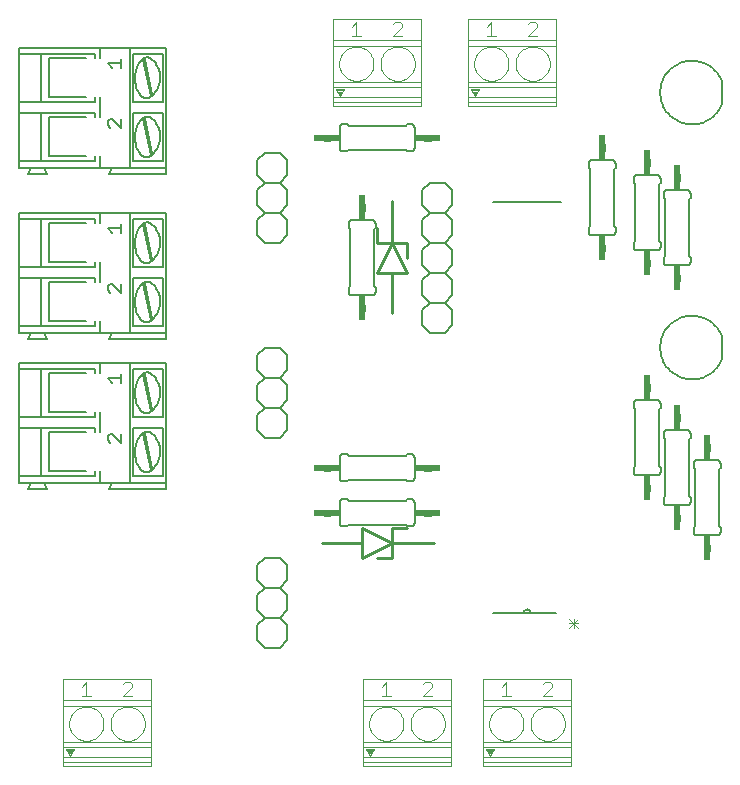
<source format=gto>
G75*
G70*
%OFA0B0*%
%FSLAX24Y24*%
%IPPOS*%
%LPD*%
%AMOC8*
5,1,8,0,0,1.08239X$1,22.5*
%
%ADD10C,0.0060*%
%ADD11C,0.0050*%
%ADD12C,0.0040*%
%ADD13C,0.0030*%
%ADD14C,0.0240*%
%ADD15R,0.0240X0.0340*%
%ADD16R,0.0340X0.0240*%
%ADD17C,0.0100*%
D10*
X009720Y008970D02*
X009720Y009470D01*
X009970Y009720D01*
X009720Y009970D01*
X009720Y010470D01*
X009970Y010720D01*
X009720Y010970D01*
X009720Y011470D01*
X009970Y011720D01*
X010470Y011720D01*
X010720Y011470D01*
X010720Y010970D01*
X010470Y010720D01*
X010720Y010470D01*
X010720Y009970D01*
X010470Y009720D01*
X010720Y009470D01*
X010720Y008970D01*
X010470Y008720D01*
X009970Y008720D01*
X009720Y008970D01*
X009970Y009720D02*
X010470Y009720D01*
X010470Y010720D02*
X009970Y010720D01*
X012470Y012870D02*
X012470Y013570D01*
X012472Y013587D01*
X012476Y013604D01*
X012483Y013620D01*
X012493Y013634D01*
X012506Y013647D01*
X012520Y013657D01*
X012536Y013664D01*
X012553Y013668D01*
X012570Y013670D01*
X012720Y013670D01*
X012770Y013620D01*
X014670Y013620D01*
X014720Y013670D01*
X014870Y013670D01*
X014887Y013668D01*
X014904Y013664D01*
X014920Y013657D01*
X014934Y013647D01*
X014947Y013634D01*
X014957Y013620D01*
X014964Y013604D01*
X014968Y013587D01*
X014970Y013570D01*
X014970Y012870D01*
X014968Y012853D01*
X014964Y012836D01*
X014957Y012820D01*
X014947Y012806D01*
X014934Y012793D01*
X014920Y012783D01*
X014904Y012776D01*
X014887Y012772D01*
X014870Y012770D01*
X014720Y012770D01*
X014670Y012820D01*
X012770Y012820D01*
X012720Y012770D01*
X012570Y012770D01*
X012553Y012772D01*
X012536Y012776D01*
X012520Y012783D01*
X012506Y012793D01*
X012493Y012806D01*
X012483Y012820D01*
X012476Y012836D01*
X012472Y012853D01*
X012470Y012870D01*
X012570Y014270D02*
X012720Y014270D01*
X012770Y014320D01*
X014670Y014320D01*
X014720Y014270D01*
X014870Y014270D01*
X014887Y014272D01*
X014904Y014276D01*
X014920Y014283D01*
X014934Y014293D01*
X014947Y014306D01*
X014957Y014320D01*
X014964Y014336D01*
X014968Y014353D01*
X014970Y014370D01*
X014970Y015070D01*
X014968Y015087D01*
X014964Y015104D01*
X014957Y015120D01*
X014947Y015134D01*
X014934Y015147D01*
X014920Y015157D01*
X014904Y015164D01*
X014887Y015168D01*
X014870Y015170D01*
X014720Y015170D01*
X014670Y015120D01*
X012770Y015120D01*
X012720Y015170D01*
X012570Y015170D01*
X012553Y015168D01*
X012536Y015164D01*
X012520Y015157D01*
X012506Y015147D01*
X012493Y015134D01*
X012483Y015120D01*
X012476Y015104D01*
X012472Y015087D01*
X012470Y015070D01*
X012470Y014370D01*
X012472Y014353D01*
X012476Y014336D01*
X012483Y014320D01*
X012493Y014306D01*
X012506Y014293D01*
X012520Y014283D01*
X012536Y014276D01*
X012553Y014272D01*
X012570Y014270D01*
X010720Y015970D02*
X010720Y016470D01*
X010470Y016720D01*
X009970Y016720D01*
X009720Y016470D01*
X009720Y015970D01*
X009970Y015720D01*
X010470Y015720D01*
X010720Y015970D01*
X010470Y016720D02*
X010720Y016970D01*
X010720Y017470D01*
X010470Y017720D01*
X009970Y017720D01*
X009720Y017470D01*
X009720Y016970D01*
X009970Y016720D01*
X009970Y017720D02*
X009720Y017970D01*
X009720Y018470D01*
X009970Y018720D01*
X010470Y018720D01*
X010720Y018470D01*
X010720Y017970D01*
X010470Y017720D01*
X012870Y020470D02*
X013570Y020470D01*
X013587Y020472D01*
X013604Y020476D01*
X013620Y020483D01*
X013634Y020493D01*
X013647Y020506D01*
X013657Y020520D01*
X013664Y020536D01*
X013668Y020553D01*
X013670Y020570D01*
X013670Y020720D01*
X013620Y020770D01*
X013620Y022670D01*
X013670Y022720D01*
X013670Y022870D01*
X013668Y022887D01*
X013664Y022904D01*
X013657Y022920D01*
X013647Y022934D01*
X013634Y022947D01*
X013620Y022957D01*
X013604Y022964D01*
X013587Y022968D01*
X013570Y022970D01*
X012870Y022970D01*
X012853Y022968D01*
X012836Y022964D01*
X012820Y022957D01*
X012806Y022947D01*
X012793Y022934D01*
X012783Y022920D01*
X012776Y022904D01*
X012772Y022887D01*
X012770Y022870D01*
X012770Y022720D01*
X012820Y022670D01*
X012820Y020770D01*
X012770Y020720D01*
X012770Y020570D01*
X012772Y020553D01*
X012776Y020536D01*
X012783Y020520D01*
X012793Y020506D01*
X012806Y020493D01*
X012820Y020483D01*
X012836Y020476D01*
X012853Y020472D01*
X012870Y020470D01*
X015220Y020470D02*
X015220Y020970D01*
X015470Y021220D01*
X015970Y021220D01*
X016220Y020970D01*
X016220Y020470D01*
X015970Y020220D01*
X016220Y019970D01*
X016220Y019470D01*
X015970Y019220D01*
X015470Y019220D01*
X015220Y019470D01*
X015220Y019970D01*
X015470Y020220D01*
X015220Y020470D01*
X015470Y020220D02*
X015970Y020220D01*
X015970Y021220D02*
X016220Y021470D01*
X016220Y021970D01*
X015970Y022220D01*
X016220Y022470D01*
X016220Y022970D01*
X015970Y023220D01*
X016220Y023470D01*
X016220Y023970D01*
X015970Y024220D01*
X015470Y024220D01*
X015220Y023970D01*
X015220Y023470D01*
X015470Y023220D01*
X015970Y023220D01*
X015470Y023220D02*
X015220Y022970D01*
X015220Y022470D01*
X015470Y022220D01*
X015970Y022220D01*
X015470Y022220D02*
X015220Y021970D01*
X015220Y021470D01*
X015470Y021220D01*
X017600Y023570D02*
X019840Y023570D01*
X020770Y022720D02*
X020770Y022570D01*
X020772Y022553D01*
X020776Y022536D01*
X020783Y022520D01*
X020793Y022506D01*
X020806Y022493D01*
X020820Y022483D01*
X020836Y022476D01*
X020853Y022472D01*
X020870Y022470D01*
X021570Y022470D01*
X021587Y022472D01*
X021604Y022476D01*
X021620Y022483D01*
X021634Y022493D01*
X021647Y022506D01*
X021657Y022520D01*
X021664Y022536D01*
X021668Y022553D01*
X021670Y022570D01*
X021670Y022720D01*
X021620Y022770D01*
X021620Y024670D01*
X021670Y024720D01*
X021670Y024870D01*
X021668Y024887D01*
X021664Y024904D01*
X021657Y024920D01*
X021647Y024934D01*
X021634Y024947D01*
X021620Y024957D01*
X021604Y024964D01*
X021587Y024968D01*
X021570Y024970D01*
X020870Y024970D01*
X020853Y024968D01*
X020836Y024964D01*
X020820Y024957D01*
X020806Y024947D01*
X020793Y024934D01*
X020783Y024920D01*
X020776Y024904D01*
X020772Y024887D01*
X020770Y024870D01*
X020770Y024720D01*
X020820Y024670D01*
X020820Y022770D01*
X020770Y022720D01*
X022270Y022220D02*
X022320Y022270D01*
X022320Y024170D01*
X022270Y024220D01*
X022270Y024370D01*
X022272Y024387D01*
X022276Y024404D01*
X022283Y024420D01*
X022293Y024434D01*
X022306Y024447D01*
X022320Y024457D01*
X022336Y024464D01*
X022353Y024468D01*
X022370Y024470D01*
X023070Y024470D01*
X023087Y024468D01*
X023104Y024464D01*
X023120Y024457D01*
X023134Y024447D01*
X023147Y024434D01*
X023157Y024420D01*
X023164Y024404D01*
X023168Y024387D01*
X023170Y024370D01*
X023170Y024220D01*
X023120Y024170D01*
X023120Y022270D01*
X023170Y022220D01*
X023170Y022070D01*
X023168Y022053D01*
X023164Y022036D01*
X023157Y022020D01*
X023147Y022006D01*
X023134Y021993D01*
X023120Y021983D01*
X023104Y021976D01*
X023087Y021972D01*
X023070Y021970D01*
X022370Y021970D01*
X022353Y021972D01*
X022336Y021976D01*
X022320Y021983D01*
X022306Y021993D01*
X022293Y022006D01*
X022283Y022020D01*
X022276Y022036D01*
X022272Y022053D01*
X022270Y022070D01*
X022270Y022220D01*
X023270Y021720D02*
X023270Y021570D01*
X023272Y021553D01*
X023276Y021536D01*
X023283Y021520D01*
X023293Y021506D01*
X023306Y021493D01*
X023320Y021483D01*
X023336Y021476D01*
X023353Y021472D01*
X023370Y021470D01*
X024070Y021470D01*
X024087Y021472D01*
X024104Y021476D01*
X024120Y021483D01*
X024134Y021493D01*
X024147Y021506D01*
X024157Y021520D01*
X024164Y021536D01*
X024168Y021553D01*
X024170Y021570D01*
X024170Y021720D01*
X024120Y021770D01*
X024120Y023670D01*
X024170Y023720D01*
X024170Y023870D01*
X024168Y023887D01*
X024164Y023904D01*
X024157Y023920D01*
X024147Y023934D01*
X024134Y023947D01*
X024120Y023957D01*
X024104Y023964D01*
X024087Y023968D01*
X024070Y023970D01*
X023370Y023970D01*
X023353Y023968D01*
X023336Y023964D01*
X023320Y023957D01*
X023306Y023947D01*
X023293Y023934D01*
X023283Y023920D01*
X023276Y023904D01*
X023272Y023887D01*
X023270Y023870D01*
X023270Y023720D01*
X023320Y023670D01*
X023320Y021770D01*
X023270Y021720D01*
X023070Y016970D02*
X022370Y016970D01*
X022353Y016968D01*
X022336Y016964D01*
X022320Y016957D01*
X022306Y016947D01*
X022293Y016934D01*
X022283Y016920D01*
X022276Y016904D01*
X022272Y016887D01*
X022270Y016870D01*
X022270Y016720D01*
X022320Y016670D01*
X022320Y014770D01*
X022270Y014720D01*
X022270Y014570D01*
X022272Y014553D01*
X022276Y014536D01*
X022283Y014520D01*
X022293Y014506D01*
X022306Y014493D01*
X022320Y014483D01*
X022336Y014476D01*
X022353Y014472D01*
X022370Y014470D01*
X023070Y014470D01*
X023087Y014472D01*
X023104Y014476D01*
X023120Y014483D01*
X023134Y014493D01*
X023147Y014506D01*
X023157Y014520D01*
X023164Y014536D01*
X023168Y014553D01*
X023170Y014570D01*
X023170Y014720D01*
X023120Y014770D01*
X023120Y016670D01*
X023170Y016720D01*
X023170Y016870D01*
X023168Y016887D01*
X023164Y016904D01*
X023157Y016920D01*
X023147Y016934D01*
X023134Y016947D01*
X023120Y016957D01*
X023104Y016964D01*
X023087Y016968D01*
X023070Y016970D01*
X023370Y015970D02*
X024070Y015970D01*
X024087Y015968D01*
X024104Y015964D01*
X024120Y015957D01*
X024134Y015947D01*
X024147Y015934D01*
X024157Y015920D01*
X024164Y015904D01*
X024168Y015887D01*
X024170Y015870D01*
X024170Y015720D01*
X024120Y015670D01*
X024120Y013770D01*
X024170Y013720D01*
X024170Y013570D01*
X024168Y013553D01*
X024164Y013536D01*
X024157Y013520D01*
X024147Y013506D01*
X024134Y013493D01*
X024120Y013483D01*
X024104Y013476D01*
X024087Y013472D01*
X024070Y013470D01*
X023370Y013470D01*
X023353Y013472D01*
X023336Y013476D01*
X023320Y013483D01*
X023306Y013493D01*
X023293Y013506D01*
X023283Y013520D01*
X023276Y013536D01*
X023272Y013553D01*
X023270Y013570D01*
X023270Y013720D01*
X023320Y013770D01*
X023320Y015670D01*
X023270Y015720D01*
X023270Y015870D01*
X023272Y015887D01*
X023276Y015904D01*
X023283Y015920D01*
X023293Y015934D01*
X023306Y015947D01*
X023320Y015957D01*
X023336Y015964D01*
X023353Y015968D01*
X023370Y015970D01*
X024370Y014970D02*
X025070Y014970D01*
X025087Y014968D01*
X025104Y014964D01*
X025120Y014957D01*
X025134Y014947D01*
X025147Y014934D01*
X025157Y014920D01*
X025164Y014904D01*
X025168Y014887D01*
X025170Y014870D01*
X025170Y014720D01*
X025120Y014670D01*
X025120Y012770D01*
X025170Y012720D01*
X025170Y012570D01*
X025168Y012553D01*
X025164Y012536D01*
X025157Y012520D01*
X025147Y012506D01*
X025134Y012493D01*
X025120Y012483D01*
X025104Y012476D01*
X025087Y012472D01*
X025070Y012470D01*
X024370Y012470D01*
X024353Y012472D01*
X024336Y012476D01*
X024320Y012483D01*
X024306Y012493D01*
X024293Y012506D01*
X024283Y012520D01*
X024276Y012536D01*
X024272Y012553D01*
X024270Y012570D01*
X024270Y012720D01*
X024320Y012770D01*
X024320Y014670D01*
X024270Y014720D01*
X024270Y014870D01*
X024272Y014887D01*
X024276Y014904D01*
X024283Y014920D01*
X024293Y014934D01*
X024306Y014947D01*
X024320Y014957D01*
X024336Y014964D01*
X024353Y014968D01*
X024370Y014970D01*
X019700Y009870D02*
X018840Y009870D01*
X018600Y009870D01*
X017600Y009870D01*
X018600Y009870D02*
X018602Y009891D01*
X018607Y009911D01*
X018616Y009930D01*
X018628Y009947D01*
X018643Y009962D01*
X018660Y009974D01*
X018679Y009983D01*
X018699Y009988D01*
X018720Y009990D01*
X018741Y009988D01*
X018761Y009983D01*
X018780Y009974D01*
X018797Y009962D01*
X018812Y009947D01*
X018824Y009930D01*
X018833Y009911D01*
X018838Y009891D01*
X018840Y009870D01*
X010470Y022220D02*
X009970Y022220D01*
X009720Y022470D01*
X009720Y022970D01*
X009970Y023220D01*
X009720Y023470D01*
X009720Y023970D01*
X009970Y024220D01*
X009720Y024470D01*
X009720Y024970D01*
X009970Y025220D01*
X010470Y025220D01*
X010720Y024970D01*
X010720Y024470D01*
X010470Y024220D01*
X010720Y023970D01*
X010720Y023470D01*
X010470Y023220D01*
X010720Y022970D01*
X010720Y022470D01*
X010470Y022220D01*
X010470Y023220D02*
X009970Y023220D01*
X009970Y024220D02*
X010470Y024220D01*
X012470Y025370D02*
X012470Y026070D01*
X012472Y026087D01*
X012476Y026104D01*
X012483Y026120D01*
X012493Y026134D01*
X012506Y026147D01*
X012520Y026157D01*
X012536Y026164D01*
X012553Y026168D01*
X012570Y026170D01*
X012720Y026170D01*
X012770Y026120D01*
X014670Y026120D01*
X014720Y026170D01*
X014870Y026170D01*
X014887Y026168D01*
X014904Y026164D01*
X014920Y026157D01*
X014934Y026147D01*
X014947Y026134D01*
X014957Y026120D01*
X014964Y026104D01*
X014968Y026087D01*
X014970Y026070D01*
X014970Y025370D01*
X014968Y025353D01*
X014964Y025336D01*
X014957Y025320D01*
X014947Y025306D01*
X014934Y025293D01*
X014920Y025283D01*
X014904Y025276D01*
X014887Y025272D01*
X014870Y025270D01*
X014720Y025270D01*
X014670Y025320D01*
X012770Y025320D01*
X012720Y025270D01*
X012570Y025270D01*
X012553Y025272D01*
X012536Y025276D01*
X012520Y025283D01*
X012506Y025293D01*
X012493Y025306D01*
X012483Y025320D01*
X012476Y025336D01*
X012472Y025353D01*
X012470Y025370D01*
X006670Y024720D02*
X006670Y024520D01*
X004770Y024520D01*
X004870Y024720D01*
X005470Y024720D01*
X005470Y028720D01*
X006670Y028720D01*
X006670Y024720D01*
X005470Y024720D01*
X005570Y024940D02*
X005570Y026540D01*
X006570Y026540D01*
X006570Y024940D01*
X005570Y024940D01*
X005828Y025162D02*
X005850Y025140D01*
X005873Y025121D01*
X005899Y025105D01*
X005926Y025092D01*
X005955Y025082D01*
X005984Y025075D01*
X006015Y025071D01*
X006045Y025071D01*
X006075Y025075D01*
X006105Y025082D01*
X006133Y025092D01*
X006161Y025105D01*
X006186Y025121D01*
X006210Y025140D01*
X006170Y025130D02*
X005920Y026330D01*
X005970Y026380D02*
X006220Y025180D01*
X005842Y025144D02*
X005807Y025193D01*
X005776Y025245D01*
X005748Y025298D01*
X005723Y025353D01*
X005702Y025409D01*
X005684Y025467D01*
X005670Y025525D01*
X005660Y025585D01*
X005653Y025645D01*
X005650Y025705D01*
X005651Y025765D01*
X005656Y025825D01*
X005664Y025885D01*
X005676Y025944D01*
X005692Y026002D01*
X005712Y026059D01*
X005735Y026115D01*
X005761Y026169D01*
X005791Y026221D01*
X005824Y026272D01*
X005860Y026320D01*
X005846Y026303D02*
X005863Y026329D01*
X005882Y026352D01*
X005905Y026372D01*
X005929Y026389D01*
X005956Y026403D01*
X005985Y026414D01*
X006014Y026420D01*
X006044Y026423D01*
X006075Y026422D01*
X006104Y026417D01*
X006133Y026408D01*
X006161Y026395D01*
X006186Y026379D01*
X006210Y026360D01*
X006570Y026910D02*
X005570Y026910D01*
X005570Y028510D01*
X006570Y028510D01*
X006570Y026910D01*
X006220Y027150D02*
X005970Y028350D01*
X005920Y028300D02*
X006170Y027100D01*
X006210Y027110D02*
X006186Y027091D01*
X006161Y027075D01*
X006133Y027062D01*
X006105Y027052D01*
X006075Y027045D01*
X006045Y027041D01*
X006015Y027041D01*
X005984Y027045D01*
X005955Y027052D01*
X005926Y027062D01*
X005899Y027075D01*
X005873Y027091D01*
X005850Y027110D01*
X005828Y027132D01*
X006212Y027108D02*
X006252Y027145D01*
X006289Y027185D01*
X006324Y027227D01*
X006355Y027271D01*
X006384Y027317D01*
X006409Y027365D01*
X006432Y027415D01*
X006450Y027466D01*
X006466Y027518D01*
X006477Y027572D01*
X006485Y027625D01*
X006490Y027680D01*
X006491Y027734D01*
X006488Y027789D01*
X006482Y027843D01*
X006472Y027896D01*
X006458Y027949D01*
X006441Y028000D01*
X006420Y028051D01*
X006397Y028100D01*
X006369Y028147D01*
X006339Y028192D01*
X006306Y028236D01*
X006270Y028276D01*
X006231Y028315D01*
X006190Y028350D01*
X006210Y028330D02*
X006186Y028349D01*
X006161Y028365D01*
X006133Y028378D01*
X006104Y028387D01*
X006075Y028392D01*
X006044Y028393D01*
X006014Y028390D01*
X005985Y028384D01*
X005956Y028373D01*
X005929Y028359D01*
X005905Y028342D01*
X005882Y028322D01*
X005863Y028299D01*
X005846Y028273D01*
X005470Y028720D02*
X004470Y028720D01*
X004470Y028360D01*
X004320Y028360D02*
X004320Y028510D01*
X002520Y028510D01*
X001770Y028510D01*
X001770Y026910D01*
X001770Y026540D01*
X001770Y024940D01*
X002520Y024940D01*
X002520Y026540D01*
X004320Y026540D01*
X004320Y026390D01*
X004470Y026390D02*
X004470Y027060D01*
X004320Y027060D02*
X004320Y026910D01*
X002520Y026910D01*
X002520Y028510D01*
X002770Y028360D02*
X004020Y028360D01*
X004470Y028720D02*
X001770Y028720D01*
X001770Y028510D01*
X002770Y028360D02*
X002770Y027060D01*
X004020Y027060D01*
X004020Y026390D02*
X002770Y026390D01*
X002770Y025090D01*
X004020Y025090D01*
X004320Y025090D02*
X004320Y024940D01*
X002520Y024940D01*
X002620Y024720D02*
X002170Y024720D01*
X001770Y024720D01*
X001770Y024940D01*
X002170Y024720D02*
X002070Y024520D01*
X002720Y024520D01*
X002620Y024720D01*
X004470Y024720D01*
X004470Y025090D01*
X004470Y024720D02*
X004870Y024720D01*
X006212Y025138D02*
X006252Y025175D01*
X006289Y025215D01*
X006324Y025257D01*
X006355Y025301D01*
X006384Y025347D01*
X006409Y025395D01*
X006431Y025445D01*
X006450Y025496D01*
X006466Y025548D01*
X006477Y025602D01*
X006485Y025655D01*
X006490Y025710D01*
X006491Y025764D01*
X006488Y025818D01*
X006482Y025873D01*
X006472Y025926D01*
X006458Y025979D01*
X006441Y026030D01*
X006420Y026081D01*
X006397Y026130D01*
X006369Y026177D01*
X006339Y026222D01*
X006306Y026265D01*
X006270Y026306D01*
X006231Y026345D01*
X006190Y026380D01*
X005842Y027114D02*
X005807Y027163D01*
X005776Y027215D01*
X005748Y027268D01*
X005723Y027323D01*
X005702Y027379D01*
X005684Y027437D01*
X005670Y027495D01*
X005660Y027555D01*
X005653Y027615D01*
X005650Y027675D01*
X005651Y027735D01*
X005656Y027795D01*
X005664Y027855D01*
X005676Y027914D01*
X005692Y027972D01*
X005712Y028029D01*
X005735Y028085D01*
X005761Y028139D01*
X005791Y028191D01*
X005824Y028242D01*
X005860Y028290D01*
X002520Y026910D02*
X001770Y026910D01*
X001770Y026540D02*
X002520Y026540D01*
X001770Y023220D02*
X004470Y023220D01*
X004470Y022860D01*
X004320Y022860D02*
X004320Y023010D01*
X002520Y023010D01*
X001770Y023010D01*
X001770Y021410D01*
X001770Y021040D01*
X001770Y019440D01*
X002520Y019440D01*
X002520Y021040D01*
X004320Y021040D01*
X004320Y020890D01*
X004470Y020890D02*
X004470Y021560D01*
X004320Y021560D02*
X004320Y021410D01*
X002520Y021410D01*
X002520Y023010D01*
X002770Y022860D02*
X004020Y022860D01*
X004470Y023220D02*
X005470Y023220D01*
X006670Y023220D01*
X006670Y019220D01*
X006670Y019020D01*
X004770Y019020D01*
X004870Y019220D01*
X005470Y019220D01*
X005470Y023220D01*
X005570Y023010D02*
X006570Y023010D01*
X006570Y021410D01*
X005570Y021410D01*
X005570Y023010D01*
X005920Y022800D02*
X006170Y021600D01*
X006220Y021650D02*
X005970Y022850D01*
X005846Y022773D02*
X005863Y022799D01*
X005882Y022822D01*
X005905Y022842D01*
X005929Y022859D01*
X005956Y022873D01*
X005985Y022884D01*
X006014Y022890D01*
X006044Y022893D01*
X006075Y022892D01*
X006104Y022887D01*
X006133Y022878D01*
X006161Y022865D01*
X006186Y022849D01*
X006210Y022830D01*
X005860Y022790D02*
X005824Y022742D01*
X005791Y022691D01*
X005761Y022639D01*
X005735Y022585D01*
X005712Y022529D01*
X005692Y022472D01*
X005676Y022414D01*
X005664Y022355D01*
X005656Y022295D01*
X005651Y022235D01*
X005650Y022175D01*
X005653Y022115D01*
X005660Y022055D01*
X005670Y021995D01*
X005684Y021937D01*
X005702Y021879D01*
X005723Y021823D01*
X005748Y021768D01*
X005776Y021715D01*
X005807Y021663D01*
X005842Y021614D01*
X005828Y021632D02*
X005850Y021610D01*
X005873Y021591D01*
X005899Y021575D01*
X005926Y021562D01*
X005955Y021552D01*
X005984Y021545D01*
X006015Y021541D01*
X006045Y021541D01*
X006075Y021545D01*
X006105Y021552D01*
X006133Y021562D01*
X006161Y021575D01*
X006186Y021591D01*
X006210Y021610D01*
X006570Y021040D02*
X005570Y021040D01*
X005570Y019440D01*
X006570Y019440D01*
X006570Y021040D01*
X006210Y020860D02*
X006186Y020879D01*
X006161Y020895D01*
X006133Y020908D01*
X006104Y020917D01*
X006075Y020922D01*
X006044Y020923D01*
X006014Y020920D01*
X005985Y020914D01*
X005956Y020903D01*
X005929Y020889D01*
X005905Y020872D01*
X005882Y020852D01*
X005863Y020829D01*
X005846Y020803D01*
X005920Y020830D02*
X006170Y019630D01*
X006220Y019680D02*
X005970Y020880D01*
X006190Y020880D02*
X006231Y020845D01*
X006270Y020806D01*
X006306Y020765D01*
X006339Y020722D01*
X006369Y020677D01*
X006397Y020630D01*
X006420Y020581D01*
X006441Y020530D01*
X006458Y020479D01*
X006472Y020426D01*
X006482Y020373D01*
X006488Y020318D01*
X006491Y020264D01*
X006490Y020210D01*
X006485Y020155D01*
X006477Y020102D01*
X006466Y020048D01*
X006450Y019996D01*
X006431Y019945D01*
X006409Y019895D01*
X006384Y019847D01*
X006355Y019801D01*
X006324Y019757D01*
X006289Y019715D01*
X006252Y019675D01*
X006212Y019638D01*
X006210Y019640D02*
X006186Y019621D01*
X006161Y019605D01*
X006133Y019592D01*
X006105Y019582D01*
X006075Y019575D01*
X006045Y019571D01*
X006015Y019571D01*
X005984Y019575D01*
X005955Y019582D01*
X005926Y019592D01*
X005899Y019605D01*
X005873Y019621D01*
X005850Y019640D01*
X005828Y019662D01*
X005470Y019220D02*
X006670Y019220D01*
X006670Y018220D02*
X005470Y018220D01*
X005470Y014220D01*
X004870Y014220D01*
X004470Y014220D01*
X004470Y014590D01*
X004320Y014590D02*
X004320Y014440D01*
X002520Y014440D01*
X001770Y014440D01*
X001770Y014220D01*
X002170Y014220D01*
X002620Y014220D01*
X004470Y014220D01*
X004770Y014020D02*
X004870Y014220D01*
X004770Y014020D02*
X006670Y014020D01*
X006670Y014220D01*
X006670Y018220D01*
X006570Y018010D02*
X006570Y016410D01*
X005570Y016410D01*
X005570Y018010D01*
X006570Y018010D01*
X006210Y017830D02*
X006186Y017849D01*
X006161Y017865D01*
X006133Y017878D01*
X006104Y017887D01*
X006075Y017892D01*
X006044Y017893D01*
X006014Y017890D01*
X005985Y017884D01*
X005956Y017873D01*
X005929Y017859D01*
X005905Y017842D01*
X005882Y017822D01*
X005863Y017799D01*
X005846Y017773D01*
X005920Y017800D02*
X006170Y016600D01*
X006220Y016650D02*
X005970Y017850D01*
X005470Y018220D02*
X004470Y018220D01*
X004470Y017860D01*
X004320Y017860D02*
X004320Y018010D01*
X002520Y018010D01*
X001770Y018010D01*
X001770Y016410D01*
X001770Y016040D01*
X001770Y014440D01*
X002170Y014220D02*
X002070Y014020D01*
X002720Y014020D01*
X002620Y014220D01*
X002520Y014440D02*
X002520Y016040D01*
X004320Y016040D01*
X004320Y015890D01*
X004470Y015890D02*
X004470Y016560D01*
X004320Y016560D02*
X004320Y016410D01*
X002520Y016410D01*
X002520Y018010D01*
X002770Y017860D02*
X004020Y017860D01*
X004470Y018220D02*
X001770Y018220D01*
X001770Y018010D01*
X002770Y017860D02*
X002770Y016560D01*
X004020Y016560D01*
X004020Y015890D02*
X002770Y015890D01*
X002770Y014590D01*
X004020Y014590D01*
X005470Y014220D02*
X006670Y014220D01*
X006570Y014440D02*
X005570Y014440D01*
X005570Y016040D01*
X006570Y016040D01*
X006570Y014440D01*
X006220Y014680D02*
X005970Y015880D01*
X005920Y015830D02*
X006170Y014630D01*
X006210Y014640D02*
X006186Y014621D01*
X006161Y014605D01*
X006133Y014592D01*
X006105Y014582D01*
X006075Y014575D01*
X006045Y014571D01*
X006015Y014571D01*
X005984Y014575D01*
X005955Y014582D01*
X005926Y014592D01*
X005899Y014605D01*
X005873Y014621D01*
X005850Y014640D01*
X005828Y014662D01*
X006212Y014638D02*
X006252Y014675D01*
X006289Y014715D01*
X006324Y014757D01*
X006355Y014801D01*
X006384Y014847D01*
X006409Y014895D01*
X006431Y014945D01*
X006450Y014996D01*
X006466Y015048D01*
X006477Y015102D01*
X006485Y015155D01*
X006490Y015210D01*
X006491Y015264D01*
X006488Y015318D01*
X006482Y015373D01*
X006472Y015426D01*
X006458Y015479D01*
X006441Y015530D01*
X006420Y015581D01*
X006397Y015630D01*
X006369Y015677D01*
X006339Y015722D01*
X006306Y015765D01*
X006270Y015806D01*
X006231Y015845D01*
X006190Y015880D01*
X006210Y015860D02*
X006186Y015879D01*
X006161Y015895D01*
X006133Y015908D01*
X006104Y015917D01*
X006075Y015922D01*
X006044Y015923D01*
X006014Y015920D01*
X005985Y015914D01*
X005956Y015903D01*
X005929Y015889D01*
X005905Y015872D01*
X005882Y015852D01*
X005863Y015829D01*
X005846Y015803D01*
X005860Y015820D02*
X005824Y015772D01*
X005791Y015721D01*
X005761Y015669D01*
X005735Y015615D01*
X005712Y015559D01*
X005692Y015502D01*
X005676Y015444D01*
X005664Y015385D01*
X005656Y015325D01*
X005651Y015265D01*
X005650Y015205D01*
X005653Y015145D01*
X005660Y015085D01*
X005670Y015025D01*
X005684Y014967D01*
X005702Y014909D01*
X005723Y014853D01*
X005748Y014798D01*
X005776Y014745D01*
X005807Y014693D01*
X005842Y014644D01*
X005828Y016632D02*
X005850Y016610D01*
X005873Y016591D01*
X005899Y016575D01*
X005926Y016562D01*
X005955Y016552D01*
X005984Y016545D01*
X006015Y016541D01*
X006045Y016541D01*
X006075Y016545D01*
X006105Y016552D01*
X006133Y016562D01*
X006161Y016575D01*
X006186Y016591D01*
X006210Y016610D01*
X005842Y016614D02*
X005807Y016663D01*
X005776Y016715D01*
X005748Y016768D01*
X005723Y016823D01*
X005702Y016879D01*
X005684Y016937D01*
X005670Y016995D01*
X005660Y017055D01*
X005653Y017115D01*
X005650Y017175D01*
X005651Y017235D01*
X005656Y017295D01*
X005664Y017355D01*
X005676Y017414D01*
X005692Y017472D01*
X005712Y017529D01*
X005735Y017585D01*
X005761Y017639D01*
X005791Y017691D01*
X005824Y017742D01*
X005860Y017790D01*
X006190Y017850D02*
X006231Y017815D01*
X006270Y017776D01*
X006306Y017736D01*
X006339Y017692D01*
X006369Y017647D01*
X006397Y017600D01*
X006420Y017551D01*
X006441Y017500D01*
X006458Y017449D01*
X006472Y017396D01*
X006482Y017343D01*
X006488Y017289D01*
X006491Y017234D01*
X006490Y017180D01*
X006485Y017125D01*
X006477Y017072D01*
X006466Y017018D01*
X006450Y016966D01*
X006432Y016915D01*
X006409Y016865D01*
X006384Y016817D01*
X006355Y016771D01*
X006324Y016727D01*
X006289Y016685D01*
X006252Y016645D01*
X006212Y016608D01*
X004870Y019220D02*
X004470Y019220D01*
X004470Y019590D01*
X004320Y019590D02*
X004320Y019440D01*
X002520Y019440D01*
X002620Y019220D02*
X002720Y019020D01*
X002070Y019020D01*
X002170Y019220D01*
X002620Y019220D01*
X004470Y019220D01*
X004020Y019590D02*
X002770Y019590D01*
X002770Y020890D01*
X004020Y020890D01*
X004020Y021560D02*
X002770Y021560D01*
X002770Y022860D01*
X001770Y023010D02*
X001770Y023220D01*
X001770Y021410D02*
X002520Y021410D01*
X002520Y021040D02*
X001770Y021040D01*
X001770Y019440D02*
X001770Y019220D01*
X002170Y019220D01*
X002520Y016410D02*
X001770Y016410D01*
X001770Y016040D02*
X002520Y016040D01*
X005842Y019644D02*
X005807Y019693D01*
X005776Y019745D01*
X005748Y019798D01*
X005723Y019853D01*
X005702Y019909D01*
X005684Y019967D01*
X005670Y020025D01*
X005660Y020085D01*
X005653Y020145D01*
X005650Y020205D01*
X005651Y020265D01*
X005656Y020325D01*
X005664Y020385D01*
X005676Y020444D01*
X005692Y020502D01*
X005712Y020559D01*
X005735Y020615D01*
X005761Y020669D01*
X005791Y020721D01*
X005824Y020772D01*
X005860Y020820D01*
X006212Y021608D02*
X006252Y021645D01*
X006289Y021685D01*
X006324Y021727D01*
X006355Y021771D01*
X006384Y021817D01*
X006409Y021865D01*
X006432Y021915D01*
X006450Y021966D01*
X006466Y022018D01*
X006477Y022072D01*
X006485Y022125D01*
X006490Y022180D01*
X006491Y022234D01*
X006488Y022289D01*
X006482Y022343D01*
X006472Y022396D01*
X006458Y022449D01*
X006441Y022500D01*
X006420Y022551D01*
X006397Y022600D01*
X006369Y022647D01*
X006339Y022692D01*
X006306Y022736D01*
X006270Y022776D01*
X006231Y022815D01*
X006190Y022850D01*
D11*
X005195Y022855D02*
X005195Y022555D01*
X005195Y022705D02*
X004745Y022705D01*
X004895Y022555D01*
X004895Y020855D02*
X004820Y020855D01*
X004745Y020780D01*
X004745Y020630D01*
X004820Y020555D01*
X004895Y020855D02*
X005195Y020555D01*
X005195Y020855D01*
X005195Y017855D02*
X005195Y017555D01*
X005195Y017705D02*
X004745Y017705D01*
X004895Y017555D01*
X004895Y015855D02*
X004820Y015855D01*
X004745Y015780D01*
X004745Y015630D01*
X004820Y015555D01*
X004895Y015855D02*
X005195Y015555D01*
X005195Y015855D01*
X005195Y026055D02*
X004895Y026355D01*
X004820Y026355D01*
X004745Y026280D01*
X004745Y026130D01*
X004820Y026055D01*
X005195Y026055D02*
X005195Y026355D01*
X005195Y028055D02*
X005195Y028355D01*
X005195Y028205D02*
X004745Y028205D01*
X004895Y028055D01*
X025204Y027614D02*
X025178Y027673D01*
X025149Y027730D01*
X025117Y027785D01*
X025081Y027839D01*
X025042Y027890D01*
X024999Y027938D01*
X024954Y027984D01*
X024907Y028027D01*
X024857Y028068D01*
X024804Y028105D01*
X024749Y028138D01*
X024693Y028169D01*
X024634Y028196D01*
X024574Y028219D01*
X024513Y028239D01*
X024451Y028255D01*
X024387Y028267D01*
X024324Y028275D01*
X024260Y028279D01*
X024195Y028280D01*
X024131Y028276D01*
X024067Y028269D01*
X024004Y028258D01*
X023941Y028243D01*
X023880Y028224D01*
X023819Y028201D01*
X023761Y028175D01*
X023704Y028146D01*
X023648Y028113D01*
X023595Y028076D01*
X023545Y028037D01*
X023496Y027994D01*
X023451Y027949D01*
X023408Y027901D01*
X023368Y027851D01*
X023331Y027798D01*
X023298Y027743D01*
X023268Y027686D01*
X023241Y027627D01*
X023218Y027567D01*
X023199Y027506D01*
X023184Y027443D01*
X023172Y027380D01*
X023164Y027316D01*
X023160Y027252D01*
X023160Y027188D01*
X023164Y027124D01*
X023172Y027060D01*
X023184Y026997D01*
X023199Y026934D01*
X023218Y026873D01*
X023241Y026813D01*
X023268Y026754D01*
X023298Y026697D01*
X023331Y026642D01*
X023368Y026589D01*
X023408Y026539D01*
X023451Y026491D01*
X023496Y026446D01*
X023545Y026403D01*
X023595Y026364D01*
X023648Y026327D01*
X023704Y026294D01*
X023761Y026265D01*
X023819Y026239D01*
X023880Y026216D01*
X023941Y026197D01*
X024004Y026182D01*
X024067Y026171D01*
X024131Y026164D01*
X024195Y026160D01*
X024260Y026161D01*
X024324Y026165D01*
X024387Y026173D01*
X024451Y026185D01*
X024513Y026201D01*
X024574Y026221D01*
X024634Y026244D01*
X024693Y026271D01*
X024749Y026302D01*
X024804Y026335D01*
X024857Y026372D01*
X024907Y026413D01*
X024954Y026456D01*
X024999Y026502D01*
X025042Y026550D01*
X025081Y026601D01*
X025117Y026655D01*
X025149Y026710D01*
X025178Y026767D01*
X025204Y026826D01*
X025204Y027614D01*
X025204Y019114D02*
X025204Y018326D01*
X025178Y018267D01*
X025149Y018210D01*
X025117Y018155D01*
X025081Y018101D01*
X025042Y018050D01*
X024999Y018002D01*
X024954Y017956D01*
X024907Y017913D01*
X024857Y017872D01*
X024804Y017835D01*
X024749Y017802D01*
X024693Y017771D01*
X024634Y017744D01*
X024574Y017721D01*
X024513Y017701D01*
X024451Y017685D01*
X024387Y017673D01*
X024324Y017665D01*
X024260Y017661D01*
X024195Y017660D01*
X024131Y017664D01*
X024067Y017671D01*
X024004Y017682D01*
X023941Y017697D01*
X023880Y017716D01*
X023819Y017739D01*
X023761Y017765D01*
X023704Y017794D01*
X023648Y017827D01*
X023595Y017864D01*
X023545Y017903D01*
X023496Y017946D01*
X023451Y017991D01*
X023408Y018039D01*
X023368Y018089D01*
X023331Y018142D01*
X023298Y018197D01*
X023268Y018254D01*
X023241Y018313D01*
X023218Y018373D01*
X023199Y018434D01*
X023184Y018497D01*
X023172Y018560D01*
X023164Y018624D01*
X023160Y018688D01*
X023160Y018752D01*
X023164Y018816D01*
X023172Y018880D01*
X023184Y018943D01*
X023199Y019006D01*
X023218Y019067D01*
X023241Y019127D01*
X023268Y019186D01*
X023298Y019243D01*
X023331Y019298D01*
X023368Y019351D01*
X023408Y019401D01*
X023451Y019449D01*
X023496Y019494D01*
X023545Y019537D01*
X023595Y019576D01*
X023648Y019613D01*
X023704Y019646D01*
X023761Y019675D01*
X023819Y019701D01*
X023880Y019724D01*
X023941Y019743D01*
X024004Y019758D01*
X024067Y019769D01*
X024131Y019776D01*
X024195Y019780D01*
X024260Y019779D01*
X024324Y019775D01*
X024387Y019767D01*
X024451Y019755D01*
X024513Y019739D01*
X024574Y019719D01*
X024634Y019696D01*
X024693Y019669D01*
X024749Y019638D01*
X024804Y019605D01*
X024857Y019568D01*
X024907Y019527D01*
X024954Y019484D01*
X024999Y019438D01*
X025042Y019390D01*
X025081Y019339D01*
X025117Y019285D01*
X025149Y019230D01*
X025178Y019173D01*
X025204Y019114D01*
D12*
X003244Y004901D02*
X003244Y004783D01*
X006196Y004783D01*
X006196Y004901D01*
X006196Y005074D01*
X003244Y005074D01*
X003244Y004901D01*
X006196Y004901D01*
X006196Y005074D02*
X006196Y005394D01*
X006196Y005584D01*
X003244Y005584D01*
X003244Y005394D01*
X003244Y005074D01*
X003431Y005191D02*
X003527Y005191D01*
X003546Y005229D02*
X003412Y005229D01*
X003393Y005268D02*
X003565Y005268D01*
X003584Y005306D02*
X003373Y005306D01*
X003354Y005345D02*
X003604Y005345D01*
X003479Y005095D01*
X003354Y005345D01*
X003604Y005345D01*
X003507Y005152D02*
X003450Y005152D01*
X003470Y005114D02*
X003488Y005114D01*
X003244Y005394D02*
X006196Y005394D01*
X006196Y005584D02*
X006196Y006786D01*
X003244Y006786D01*
X003244Y005584D01*
X003460Y006181D02*
X003462Y006228D01*
X003468Y006275D01*
X003477Y006321D01*
X003491Y006366D01*
X003508Y006410D01*
X003529Y006453D01*
X003553Y006493D01*
X003580Y006532D01*
X003611Y006568D01*
X003644Y006601D01*
X003680Y006632D01*
X003719Y006659D01*
X003759Y006683D01*
X003802Y006704D01*
X003846Y006721D01*
X003891Y006735D01*
X003937Y006744D01*
X003984Y006750D01*
X004031Y006752D01*
X004078Y006750D01*
X004125Y006744D01*
X004171Y006735D01*
X004216Y006721D01*
X004260Y006704D01*
X004303Y006683D01*
X004343Y006659D01*
X004382Y006632D01*
X004418Y006601D01*
X004451Y006568D01*
X004482Y006532D01*
X004509Y006493D01*
X004533Y006453D01*
X004554Y006410D01*
X004571Y006366D01*
X004585Y006321D01*
X004594Y006275D01*
X004600Y006228D01*
X004602Y006181D01*
X004600Y006134D01*
X004594Y006087D01*
X004585Y006041D01*
X004571Y005996D01*
X004554Y005952D01*
X004533Y005909D01*
X004509Y005869D01*
X004482Y005830D01*
X004451Y005794D01*
X004418Y005761D01*
X004382Y005730D01*
X004343Y005703D01*
X004303Y005679D01*
X004260Y005658D01*
X004216Y005641D01*
X004171Y005627D01*
X004125Y005618D01*
X004078Y005612D01*
X004031Y005610D01*
X003984Y005612D01*
X003937Y005618D01*
X003891Y005627D01*
X003846Y005641D01*
X003802Y005658D01*
X003759Y005679D01*
X003719Y005703D01*
X003680Y005730D01*
X003644Y005761D01*
X003611Y005794D01*
X003580Y005830D01*
X003553Y005869D01*
X003529Y005909D01*
X003508Y005952D01*
X003491Y005996D01*
X003477Y006041D01*
X003468Y006087D01*
X003462Y006134D01*
X003460Y006181D01*
X003244Y006786D02*
X003244Y006973D01*
X006196Y006973D01*
X006196Y007657D01*
X003244Y007657D01*
X003244Y006973D01*
X003874Y007115D02*
X004181Y007115D01*
X004027Y007115D02*
X004027Y007575D01*
X003874Y007422D01*
X004506Y006461D02*
X004503Y006458D01*
X005249Y007115D02*
X005556Y007422D01*
X005556Y007499D01*
X005479Y007575D01*
X005326Y007575D01*
X005249Y007499D01*
X005249Y007115D02*
X005556Y007115D01*
X006196Y006973D02*
X006196Y006786D01*
X005884Y006461D02*
X005881Y006458D01*
X004838Y006181D02*
X004840Y006228D01*
X004846Y006275D01*
X004855Y006321D01*
X004869Y006366D01*
X004886Y006410D01*
X004907Y006453D01*
X004931Y006493D01*
X004958Y006532D01*
X004989Y006568D01*
X005022Y006601D01*
X005058Y006632D01*
X005097Y006659D01*
X005137Y006683D01*
X005180Y006704D01*
X005224Y006721D01*
X005269Y006735D01*
X005315Y006744D01*
X005362Y006750D01*
X005409Y006752D01*
X005456Y006750D01*
X005503Y006744D01*
X005549Y006735D01*
X005594Y006721D01*
X005638Y006704D01*
X005681Y006683D01*
X005721Y006659D01*
X005760Y006632D01*
X005796Y006601D01*
X005829Y006568D01*
X005860Y006532D01*
X005887Y006493D01*
X005911Y006453D01*
X005932Y006410D01*
X005949Y006366D01*
X005963Y006321D01*
X005972Y006275D01*
X005978Y006228D01*
X005980Y006181D01*
X005978Y006134D01*
X005972Y006087D01*
X005963Y006041D01*
X005949Y005996D01*
X005932Y005952D01*
X005911Y005909D01*
X005887Y005869D01*
X005860Y005830D01*
X005829Y005794D01*
X005796Y005761D01*
X005760Y005730D01*
X005721Y005703D01*
X005681Y005679D01*
X005638Y005658D01*
X005594Y005641D01*
X005549Y005627D01*
X005503Y005618D01*
X005456Y005612D01*
X005409Y005610D01*
X005362Y005612D01*
X005315Y005618D01*
X005269Y005627D01*
X005224Y005641D01*
X005180Y005658D01*
X005137Y005679D01*
X005097Y005703D01*
X005058Y005730D01*
X005022Y005761D01*
X004989Y005794D01*
X004958Y005830D01*
X004931Y005869D01*
X004907Y005909D01*
X004886Y005952D01*
X004869Y005996D01*
X004855Y006041D01*
X004846Y006087D01*
X004840Y006134D01*
X004838Y006181D01*
X013244Y005584D02*
X013244Y005394D01*
X013244Y005074D01*
X013244Y004901D01*
X013244Y004783D01*
X016196Y004783D01*
X016196Y004901D01*
X016196Y005074D01*
X013244Y005074D01*
X013244Y004901D02*
X016196Y004901D01*
X016196Y005074D02*
X016196Y005394D01*
X016196Y005584D01*
X013244Y005584D01*
X013244Y006786D01*
X016196Y006786D01*
X016196Y006973D01*
X016196Y007657D01*
X013244Y007657D01*
X013244Y006973D01*
X016196Y006973D01*
X016196Y006786D02*
X016196Y005584D01*
X016196Y005394D02*
X013244Y005394D01*
X013354Y005345D02*
X013604Y005345D01*
X013479Y005095D01*
X013354Y005345D01*
X013604Y005345D01*
X013584Y005306D02*
X013373Y005306D01*
X013393Y005268D02*
X013565Y005268D01*
X013546Y005229D02*
X013412Y005229D01*
X013431Y005191D02*
X013527Y005191D01*
X013507Y005152D02*
X013450Y005152D01*
X013470Y005114D02*
X013488Y005114D01*
X013460Y006181D02*
X013462Y006228D01*
X013468Y006275D01*
X013477Y006321D01*
X013491Y006366D01*
X013508Y006410D01*
X013529Y006453D01*
X013553Y006493D01*
X013580Y006532D01*
X013611Y006568D01*
X013644Y006601D01*
X013680Y006632D01*
X013719Y006659D01*
X013759Y006683D01*
X013802Y006704D01*
X013846Y006721D01*
X013891Y006735D01*
X013937Y006744D01*
X013984Y006750D01*
X014031Y006752D01*
X014078Y006750D01*
X014125Y006744D01*
X014171Y006735D01*
X014216Y006721D01*
X014260Y006704D01*
X014303Y006683D01*
X014343Y006659D01*
X014382Y006632D01*
X014418Y006601D01*
X014451Y006568D01*
X014482Y006532D01*
X014509Y006493D01*
X014533Y006453D01*
X014554Y006410D01*
X014571Y006366D01*
X014585Y006321D01*
X014594Y006275D01*
X014600Y006228D01*
X014602Y006181D01*
X014600Y006134D01*
X014594Y006087D01*
X014585Y006041D01*
X014571Y005996D01*
X014554Y005952D01*
X014533Y005909D01*
X014509Y005869D01*
X014482Y005830D01*
X014451Y005794D01*
X014418Y005761D01*
X014382Y005730D01*
X014343Y005703D01*
X014303Y005679D01*
X014260Y005658D01*
X014216Y005641D01*
X014171Y005627D01*
X014125Y005618D01*
X014078Y005612D01*
X014031Y005610D01*
X013984Y005612D01*
X013937Y005618D01*
X013891Y005627D01*
X013846Y005641D01*
X013802Y005658D01*
X013759Y005679D01*
X013719Y005703D01*
X013680Y005730D01*
X013644Y005761D01*
X013611Y005794D01*
X013580Y005830D01*
X013553Y005869D01*
X013529Y005909D01*
X013508Y005952D01*
X013491Y005996D01*
X013477Y006041D01*
X013468Y006087D01*
X013462Y006134D01*
X013460Y006181D01*
X013244Y006786D02*
X013244Y006973D01*
X013874Y007115D02*
X014181Y007115D01*
X014027Y007115D02*
X014027Y007575D01*
X013874Y007422D01*
X014506Y006461D02*
X014503Y006458D01*
X015249Y007115D02*
X015556Y007422D01*
X015556Y007499D01*
X015479Y007575D01*
X015326Y007575D01*
X015249Y007499D01*
X015249Y007115D02*
X015556Y007115D01*
X015884Y006461D02*
X015881Y006458D01*
X014838Y006181D02*
X014840Y006228D01*
X014846Y006275D01*
X014855Y006321D01*
X014869Y006366D01*
X014886Y006410D01*
X014907Y006453D01*
X014931Y006493D01*
X014958Y006532D01*
X014989Y006568D01*
X015022Y006601D01*
X015058Y006632D01*
X015097Y006659D01*
X015137Y006683D01*
X015180Y006704D01*
X015224Y006721D01*
X015269Y006735D01*
X015315Y006744D01*
X015362Y006750D01*
X015409Y006752D01*
X015456Y006750D01*
X015503Y006744D01*
X015549Y006735D01*
X015594Y006721D01*
X015638Y006704D01*
X015681Y006683D01*
X015721Y006659D01*
X015760Y006632D01*
X015796Y006601D01*
X015829Y006568D01*
X015860Y006532D01*
X015887Y006493D01*
X015911Y006453D01*
X015932Y006410D01*
X015949Y006366D01*
X015963Y006321D01*
X015972Y006275D01*
X015978Y006228D01*
X015980Y006181D01*
X015978Y006134D01*
X015972Y006087D01*
X015963Y006041D01*
X015949Y005996D01*
X015932Y005952D01*
X015911Y005909D01*
X015887Y005869D01*
X015860Y005830D01*
X015829Y005794D01*
X015796Y005761D01*
X015760Y005730D01*
X015721Y005703D01*
X015681Y005679D01*
X015638Y005658D01*
X015594Y005641D01*
X015549Y005627D01*
X015503Y005618D01*
X015456Y005612D01*
X015409Y005610D01*
X015362Y005612D01*
X015315Y005618D01*
X015269Y005627D01*
X015224Y005641D01*
X015180Y005658D01*
X015137Y005679D01*
X015097Y005703D01*
X015058Y005730D01*
X015022Y005761D01*
X014989Y005794D01*
X014958Y005830D01*
X014931Y005869D01*
X014907Y005909D01*
X014886Y005952D01*
X014869Y005996D01*
X014855Y006041D01*
X014846Y006087D01*
X014840Y006134D01*
X014838Y006181D01*
X017244Y005584D02*
X017244Y005394D01*
X017244Y005074D01*
X017244Y004901D01*
X017244Y004783D01*
X020196Y004783D01*
X020196Y004901D01*
X020196Y005074D01*
X017244Y005074D01*
X017244Y004901D02*
X020196Y004901D01*
X020196Y005074D02*
X020196Y005394D01*
X020196Y005584D01*
X017244Y005584D01*
X017244Y006786D01*
X020196Y006786D01*
X020196Y006973D01*
X020196Y007657D01*
X017244Y007657D01*
X017244Y006973D01*
X020196Y006973D01*
X020196Y006786D02*
X020196Y005584D01*
X020196Y005394D02*
X017244Y005394D01*
X017354Y005345D02*
X017479Y005095D01*
X017604Y005345D01*
X017354Y005345D01*
X017604Y005345D01*
X017584Y005306D02*
X017373Y005306D01*
X017393Y005268D02*
X017565Y005268D01*
X017546Y005229D02*
X017412Y005229D01*
X017431Y005191D02*
X017527Y005191D01*
X017507Y005152D02*
X017450Y005152D01*
X017470Y005114D02*
X017488Y005114D01*
X017460Y006181D02*
X017462Y006228D01*
X017468Y006275D01*
X017477Y006321D01*
X017491Y006366D01*
X017508Y006410D01*
X017529Y006453D01*
X017553Y006493D01*
X017580Y006532D01*
X017611Y006568D01*
X017644Y006601D01*
X017680Y006632D01*
X017719Y006659D01*
X017759Y006683D01*
X017802Y006704D01*
X017846Y006721D01*
X017891Y006735D01*
X017937Y006744D01*
X017984Y006750D01*
X018031Y006752D01*
X018078Y006750D01*
X018125Y006744D01*
X018171Y006735D01*
X018216Y006721D01*
X018260Y006704D01*
X018303Y006683D01*
X018343Y006659D01*
X018382Y006632D01*
X018418Y006601D01*
X018451Y006568D01*
X018482Y006532D01*
X018509Y006493D01*
X018533Y006453D01*
X018554Y006410D01*
X018571Y006366D01*
X018585Y006321D01*
X018594Y006275D01*
X018600Y006228D01*
X018602Y006181D01*
X018600Y006134D01*
X018594Y006087D01*
X018585Y006041D01*
X018571Y005996D01*
X018554Y005952D01*
X018533Y005909D01*
X018509Y005869D01*
X018482Y005830D01*
X018451Y005794D01*
X018418Y005761D01*
X018382Y005730D01*
X018343Y005703D01*
X018303Y005679D01*
X018260Y005658D01*
X018216Y005641D01*
X018171Y005627D01*
X018125Y005618D01*
X018078Y005612D01*
X018031Y005610D01*
X017984Y005612D01*
X017937Y005618D01*
X017891Y005627D01*
X017846Y005641D01*
X017802Y005658D01*
X017759Y005679D01*
X017719Y005703D01*
X017680Y005730D01*
X017644Y005761D01*
X017611Y005794D01*
X017580Y005830D01*
X017553Y005869D01*
X017529Y005909D01*
X017508Y005952D01*
X017491Y005996D01*
X017477Y006041D01*
X017468Y006087D01*
X017462Y006134D01*
X017460Y006181D01*
X017244Y006786D02*
X017244Y006973D01*
X017874Y007115D02*
X018181Y007115D01*
X018027Y007115D02*
X018027Y007575D01*
X017874Y007422D01*
X018506Y006461D02*
X018503Y006458D01*
X019249Y007115D02*
X019556Y007422D01*
X019556Y007499D01*
X019479Y007575D01*
X019326Y007575D01*
X019249Y007499D01*
X019249Y007115D02*
X019556Y007115D01*
X019884Y006461D02*
X019881Y006458D01*
X018838Y006181D02*
X018840Y006228D01*
X018846Y006275D01*
X018855Y006321D01*
X018869Y006366D01*
X018886Y006410D01*
X018907Y006453D01*
X018931Y006493D01*
X018958Y006532D01*
X018989Y006568D01*
X019022Y006601D01*
X019058Y006632D01*
X019097Y006659D01*
X019137Y006683D01*
X019180Y006704D01*
X019224Y006721D01*
X019269Y006735D01*
X019315Y006744D01*
X019362Y006750D01*
X019409Y006752D01*
X019456Y006750D01*
X019503Y006744D01*
X019549Y006735D01*
X019594Y006721D01*
X019638Y006704D01*
X019681Y006683D01*
X019721Y006659D01*
X019760Y006632D01*
X019796Y006601D01*
X019829Y006568D01*
X019860Y006532D01*
X019887Y006493D01*
X019911Y006453D01*
X019932Y006410D01*
X019949Y006366D01*
X019963Y006321D01*
X019972Y006275D01*
X019978Y006228D01*
X019980Y006181D01*
X019978Y006134D01*
X019972Y006087D01*
X019963Y006041D01*
X019949Y005996D01*
X019932Y005952D01*
X019911Y005909D01*
X019887Y005869D01*
X019860Y005830D01*
X019829Y005794D01*
X019796Y005761D01*
X019760Y005730D01*
X019721Y005703D01*
X019681Y005679D01*
X019638Y005658D01*
X019594Y005641D01*
X019549Y005627D01*
X019503Y005618D01*
X019456Y005612D01*
X019409Y005610D01*
X019362Y005612D01*
X019315Y005618D01*
X019269Y005627D01*
X019224Y005641D01*
X019180Y005658D01*
X019137Y005679D01*
X019097Y005703D01*
X019058Y005730D01*
X019022Y005761D01*
X018989Y005794D01*
X018958Y005830D01*
X018931Y005869D01*
X018907Y005909D01*
X018886Y005952D01*
X018869Y005996D01*
X018855Y006041D01*
X018846Y006087D01*
X018840Y006134D01*
X018838Y006181D01*
X019696Y026783D02*
X016744Y026783D01*
X016744Y026901D01*
X016744Y027074D01*
X019696Y027074D01*
X019696Y026901D01*
X016744Y026901D01*
X016744Y027074D02*
X016744Y027394D01*
X016744Y027584D01*
X019696Y027584D01*
X019696Y027394D01*
X019696Y027074D01*
X019696Y026901D02*
X019696Y026783D01*
X019696Y027394D02*
X016744Y027394D01*
X016854Y027345D02*
X016979Y027095D01*
X017104Y027345D01*
X016854Y027345D01*
X016862Y027328D02*
X017095Y027328D01*
X017076Y027290D02*
X016882Y027290D01*
X016901Y027251D02*
X017057Y027251D01*
X017038Y027213D02*
X016920Y027213D01*
X016939Y027174D02*
X017018Y027174D01*
X016999Y027136D02*
X016959Y027136D01*
X016978Y027097D02*
X016980Y027097D01*
X016744Y027584D02*
X016744Y028786D01*
X019696Y028786D01*
X019696Y028973D01*
X019696Y029657D01*
X016744Y029657D01*
X016744Y028973D01*
X019696Y028973D01*
X019696Y028786D02*
X019696Y027584D01*
X019381Y028458D02*
X019384Y028461D01*
X018338Y028181D02*
X018340Y028228D01*
X018346Y028275D01*
X018355Y028321D01*
X018369Y028366D01*
X018386Y028410D01*
X018407Y028453D01*
X018431Y028493D01*
X018458Y028532D01*
X018489Y028568D01*
X018522Y028601D01*
X018558Y028632D01*
X018597Y028659D01*
X018637Y028683D01*
X018680Y028704D01*
X018724Y028721D01*
X018769Y028735D01*
X018815Y028744D01*
X018862Y028750D01*
X018909Y028752D01*
X018956Y028750D01*
X019003Y028744D01*
X019049Y028735D01*
X019094Y028721D01*
X019138Y028704D01*
X019181Y028683D01*
X019221Y028659D01*
X019260Y028632D01*
X019296Y028601D01*
X019329Y028568D01*
X019360Y028532D01*
X019387Y028493D01*
X019411Y028453D01*
X019432Y028410D01*
X019449Y028366D01*
X019463Y028321D01*
X019472Y028275D01*
X019478Y028228D01*
X019480Y028181D01*
X019478Y028134D01*
X019472Y028087D01*
X019463Y028041D01*
X019449Y027996D01*
X019432Y027952D01*
X019411Y027909D01*
X019387Y027869D01*
X019360Y027830D01*
X019329Y027794D01*
X019296Y027761D01*
X019260Y027730D01*
X019221Y027703D01*
X019181Y027679D01*
X019138Y027658D01*
X019094Y027641D01*
X019049Y027627D01*
X019003Y027618D01*
X018956Y027612D01*
X018909Y027610D01*
X018862Y027612D01*
X018815Y027618D01*
X018769Y027627D01*
X018724Y027641D01*
X018680Y027658D01*
X018637Y027679D01*
X018597Y027703D01*
X018558Y027730D01*
X018522Y027761D01*
X018489Y027794D01*
X018458Y027830D01*
X018431Y027869D01*
X018407Y027909D01*
X018386Y027952D01*
X018369Y027996D01*
X018355Y028041D01*
X018346Y028087D01*
X018340Y028134D01*
X018338Y028181D01*
X018006Y028461D02*
X018003Y028458D01*
X016960Y028181D02*
X016962Y028228D01*
X016968Y028275D01*
X016977Y028321D01*
X016991Y028366D01*
X017008Y028410D01*
X017029Y028453D01*
X017053Y028493D01*
X017080Y028532D01*
X017111Y028568D01*
X017144Y028601D01*
X017180Y028632D01*
X017219Y028659D01*
X017259Y028683D01*
X017302Y028704D01*
X017346Y028721D01*
X017391Y028735D01*
X017437Y028744D01*
X017484Y028750D01*
X017531Y028752D01*
X017578Y028750D01*
X017625Y028744D01*
X017671Y028735D01*
X017716Y028721D01*
X017760Y028704D01*
X017803Y028683D01*
X017843Y028659D01*
X017882Y028632D01*
X017918Y028601D01*
X017951Y028568D01*
X017982Y028532D01*
X018009Y028493D01*
X018033Y028453D01*
X018054Y028410D01*
X018071Y028366D01*
X018085Y028321D01*
X018094Y028275D01*
X018100Y028228D01*
X018102Y028181D01*
X018100Y028134D01*
X018094Y028087D01*
X018085Y028041D01*
X018071Y027996D01*
X018054Y027952D01*
X018033Y027909D01*
X018009Y027869D01*
X017982Y027830D01*
X017951Y027794D01*
X017918Y027761D01*
X017882Y027730D01*
X017843Y027703D01*
X017803Y027679D01*
X017760Y027658D01*
X017716Y027641D01*
X017671Y027627D01*
X017625Y027618D01*
X017578Y027612D01*
X017531Y027610D01*
X017484Y027612D01*
X017437Y027618D01*
X017391Y027627D01*
X017346Y027641D01*
X017302Y027658D01*
X017259Y027679D01*
X017219Y027703D01*
X017180Y027730D01*
X017144Y027761D01*
X017111Y027794D01*
X017080Y027830D01*
X017053Y027869D01*
X017029Y027909D01*
X017008Y027952D01*
X016991Y027996D01*
X016977Y028041D01*
X016968Y028087D01*
X016962Y028134D01*
X016960Y028181D01*
X016744Y028786D02*
X016744Y028973D01*
X017374Y029115D02*
X017681Y029115D01*
X017527Y029115D02*
X017527Y029575D01*
X017374Y029422D01*
X018749Y029499D02*
X018826Y029575D01*
X018979Y029575D01*
X019056Y029499D01*
X019056Y029422D01*
X018749Y029115D01*
X019056Y029115D01*
X015196Y028973D02*
X015196Y029657D01*
X012244Y029657D01*
X012244Y028973D01*
X015196Y028973D01*
X015196Y028786D01*
X012244Y028786D01*
X012244Y027584D01*
X012244Y027394D01*
X012244Y027074D01*
X012244Y026901D01*
X012244Y026783D01*
X015196Y026783D01*
X015196Y026901D01*
X015196Y027074D01*
X012244Y027074D01*
X012244Y026901D02*
X015196Y026901D01*
X015196Y027074D02*
X015196Y027394D01*
X015196Y027584D01*
X012244Y027584D01*
X012244Y027394D02*
X015196Y027394D01*
X015196Y027584D02*
X015196Y028786D01*
X014884Y028461D02*
X014881Y028458D01*
X013838Y028181D02*
X013840Y028228D01*
X013846Y028275D01*
X013855Y028321D01*
X013869Y028366D01*
X013886Y028410D01*
X013907Y028453D01*
X013931Y028493D01*
X013958Y028532D01*
X013989Y028568D01*
X014022Y028601D01*
X014058Y028632D01*
X014097Y028659D01*
X014137Y028683D01*
X014180Y028704D01*
X014224Y028721D01*
X014269Y028735D01*
X014315Y028744D01*
X014362Y028750D01*
X014409Y028752D01*
X014456Y028750D01*
X014503Y028744D01*
X014549Y028735D01*
X014594Y028721D01*
X014638Y028704D01*
X014681Y028683D01*
X014721Y028659D01*
X014760Y028632D01*
X014796Y028601D01*
X014829Y028568D01*
X014860Y028532D01*
X014887Y028493D01*
X014911Y028453D01*
X014932Y028410D01*
X014949Y028366D01*
X014963Y028321D01*
X014972Y028275D01*
X014978Y028228D01*
X014980Y028181D01*
X014978Y028134D01*
X014972Y028087D01*
X014963Y028041D01*
X014949Y027996D01*
X014932Y027952D01*
X014911Y027909D01*
X014887Y027869D01*
X014860Y027830D01*
X014829Y027794D01*
X014796Y027761D01*
X014760Y027730D01*
X014721Y027703D01*
X014681Y027679D01*
X014638Y027658D01*
X014594Y027641D01*
X014549Y027627D01*
X014503Y027618D01*
X014456Y027612D01*
X014409Y027610D01*
X014362Y027612D01*
X014315Y027618D01*
X014269Y027627D01*
X014224Y027641D01*
X014180Y027658D01*
X014137Y027679D01*
X014097Y027703D01*
X014058Y027730D01*
X014022Y027761D01*
X013989Y027794D01*
X013958Y027830D01*
X013931Y027869D01*
X013907Y027909D01*
X013886Y027952D01*
X013869Y027996D01*
X013855Y028041D01*
X013846Y028087D01*
X013840Y028134D01*
X013838Y028181D01*
X013506Y028461D02*
X013503Y028458D01*
X012460Y028181D02*
X012462Y028228D01*
X012468Y028275D01*
X012477Y028321D01*
X012491Y028366D01*
X012508Y028410D01*
X012529Y028453D01*
X012553Y028493D01*
X012580Y028532D01*
X012611Y028568D01*
X012644Y028601D01*
X012680Y028632D01*
X012719Y028659D01*
X012759Y028683D01*
X012802Y028704D01*
X012846Y028721D01*
X012891Y028735D01*
X012937Y028744D01*
X012984Y028750D01*
X013031Y028752D01*
X013078Y028750D01*
X013125Y028744D01*
X013171Y028735D01*
X013216Y028721D01*
X013260Y028704D01*
X013303Y028683D01*
X013343Y028659D01*
X013382Y028632D01*
X013418Y028601D01*
X013451Y028568D01*
X013482Y028532D01*
X013509Y028493D01*
X013533Y028453D01*
X013554Y028410D01*
X013571Y028366D01*
X013585Y028321D01*
X013594Y028275D01*
X013600Y028228D01*
X013602Y028181D01*
X013600Y028134D01*
X013594Y028087D01*
X013585Y028041D01*
X013571Y027996D01*
X013554Y027952D01*
X013533Y027909D01*
X013509Y027869D01*
X013482Y027830D01*
X013451Y027794D01*
X013418Y027761D01*
X013382Y027730D01*
X013343Y027703D01*
X013303Y027679D01*
X013260Y027658D01*
X013216Y027641D01*
X013171Y027627D01*
X013125Y027618D01*
X013078Y027612D01*
X013031Y027610D01*
X012984Y027612D01*
X012937Y027618D01*
X012891Y027627D01*
X012846Y027641D01*
X012802Y027658D01*
X012759Y027679D01*
X012719Y027703D01*
X012680Y027730D01*
X012644Y027761D01*
X012611Y027794D01*
X012580Y027830D01*
X012553Y027869D01*
X012529Y027909D01*
X012508Y027952D01*
X012491Y027996D01*
X012477Y028041D01*
X012468Y028087D01*
X012462Y028134D01*
X012460Y028181D01*
X012244Y028786D02*
X012244Y028973D01*
X012874Y029115D02*
X013181Y029115D01*
X013027Y029115D02*
X013027Y029575D01*
X012874Y029422D01*
X014249Y029499D02*
X014326Y029575D01*
X014479Y029575D01*
X014556Y029499D01*
X014556Y029422D01*
X014249Y029115D01*
X014556Y029115D01*
X012604Y027345D02*
X012479Y027095D01*
X012354Y027345D01*
X012604Y027345D01*
X012595Y027328D02*
X012362Y027328D01*
X012382Y027290D02*
X012576Y027290D01*
X012557Y027251D02*
X012401Y027251D01*
X012420Y027213D02*
X012538Y027213D01*
X012518Y027174D02*
X012439Y027174D01*
X012459Y027136D02*
X012499Y027136D01*
X012480Y027097D02*
X012478Y027097D01*
D13*
X020121Y009687D02*
X020435Y009373D01*
X020278Y009373D02*
X020278Y009687D01*
X020435Y009687D02*
X020121Y009373D01*
X020121Y009530D02*
X020435Y009530D01*
D14*
X023720Y012970D02*
X023720Y013120D01*
X022720Y013970D02*
X022720Y014120D01*
X024720Y015320D02*
X024720Y015470D01*
X023720Y016320D02*
X023720Y016470D01*
X022720Y017320D02*
X022720Y017470D01*
X023720Y020970D02*
X023720Y021120D01*
X022720Y021470D02*
X022720Y021620D01*
X021220Y021970D02*
X021220Y022120D01*
X022720Y024820D02*
X022720Y024970D01*
X023720Y024470D02*
X023720Y024320D01*
X021220Y025320D02*
X021220Y025470D01*
X015470Y025720D02*
X015320Y025720D01*
X013220Y023470D02*
X013220Y023320D01*
X012120Y025720D02*
X011970Y025720D01*
X013220Y020120D02*
X013220Y019970D01*
X012120Y014720D02*
X011970Y014720D01*
X011970Y013220D02*
X012120Y013220D01*
X015320Y013220D02*
X015470Y013220D01*
X015470Y014720D02*
X015320Y014720D01*
X024720Y012120D02*
X024720Y011970D01*
D15*
X024720Y011800D03*
X024720Y012300D03*
X023720Y012800D03*
X023720Y013300D03*
X022720Y013800D03*
X022720Y014300D03*
X023720Y016140D03*
X023720Y016640D03*
X022720Y017140D03*
X022720Y017640D03*
X024720Y015640D03*
X024720Y015140D03*
X023720Y020800D03*
X023720Y021300D03*
X022720Y021300D03*
X022720Y021800D03*
X021220Y021800D03*
X021220Y022300D03*
X022720Y024640D03*
X022720Y025140D03*
X023720Y024640D03*
X023720Y024140D03*
X021220Y025140D03*
X021220Y025640D03*
X013220Y023640D03*
X013220Y023140D03*
X013220Y020300D03*
X013220Y019800D03*
D16*
X012300Y014720D03*
X011800Y014720D03*
X011800Y013220D03*
X012300Y013220D03*
X015140Y013220D03*
X015640Y013220D03*
X015640Y014720D03*
X015140Y014720D03*
X015140Y025720D03*
X015640Y025720D03*
X012300Y025720D03*
X011800Y025720D03*
D17*
X014220Y023620D02*
X014220Y022220D01*
X013720Y022220D01*
X013720Y022720D01*
X014220Y022220D02*
X014720Y022220D01*
X014720Y021720D01*
X014720Y021220D02*
X014220Y022220D01*
X013720Y021220D01*
X014220Y021220D01*
X014220Y019870D01*
X014220Y021220D02*
X014720Y021220D01*
X014720Y012720D02*
X014220Y012720D01*
X014220Y012220D01*
X015620Y012220D01*
X014220Y012220D02*
X014220Y011720D01*
X013720Y011720D01*
X013220Y011720D02*
X013220Y012220D01*
X013220Y012720D01*
X014220Y012220D01*
X013220Y011720D01*
X013220Y012220D02*
X011870Y012220D01*
M02*

</source>
